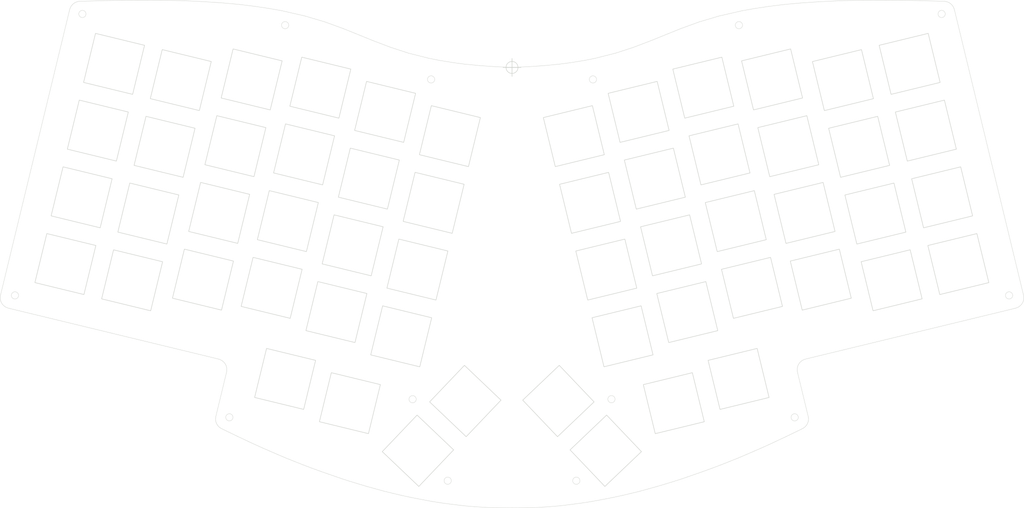
<source format=kicad_pcb>
(kicad_pcb (version 20211014) (generator pcbnew)

  (general
    (thickness 1.6)
  )

  (paper "A4")
  (layers
    (0 "F.Cu" signal)
    (31 "B.Cu" signal)
    (32 "B.Adhes" user "B.Adhesive")
    (33 "F.Adhes" user "F.Adhesive")
    (34 "B.Paste" user)
    (35 "F.Paste" user)
    (36 "B.SilkS" user "B.Silkscreen")
    (37 "F.SilkS" user "F.Silkscreen")
    (38 "B.Mask" user)
    (39 "F.Mask" user)
    (40 "Dwgs.User" user "User.Drawings")
    (41 "Cmts.User" user "User.Comments")
    (42 "Eco1.User" user "User.Eco1")
    (43 "Eco2.User" user "User.Eco2")
    (44 "Edge.Cuts" user)
    (45 "Margin" user)
    (46 "B.CrtYd" user "B.Courtyard")
    (47 "F.CrtYd" user "F.Courtyard")
    (48 "B.Fab" user)
    (49 "F.Fab" user)
    (50 "User.1" user)
    (51 "User.2" user)
    (52 "User.3" user)
    (53 "User.4" user)
    (54 "User.5" user)
    (55 "User.6" user)
    (56 "User.7" user)
    (57 "User.8" user)
    (58 "User.9" user)
  )

  (setup
    (pad_to_mask_clearance 0)
    (pcbplotparams
      (layerselection 0x00010fc_ffffffff)
      (disableapertmacros false)
      (usegerberextensions false)
      (usegerberattributes true)
      (usegerberadvancedattributes true)
      (creategerberjobfile true)
      (svguseinch false)
      (svgprecision 6)
      (excludeedgelayer true)
      (plotframeref false)
      (viasonmask false)
      (mode 1)
      (useauxorigin false)
      (hpglpennumber 1)
      (hpglpenspeed 20)
      (hpglpendiameter 15.000000)
      (dxfpolygonmode true)
      (dxfimperialunits true)
      (dxfusepcbnewfont true)
      (psnegative false)
      (psa4output false)
      (plotreference true)
      (plotvalue true)
      (plotinvisibletext false)
      (sketchpadsonfab false)
      (subtractmaskfromsilk false)
      (outputformat 1)
      (mirror false)
      (drillshape 1)
      (scaleselection 1)
      (outputdirectory "")
    )
  )

  (net 0 "")

  (gr_line (start 26.96 23.73) (end 27.2 23.52) (layer "Edge.Cuts") (width 0.1) (tstamp 0005f1c1-b045-455a-9fe3-a2c68fe7066a))
  (gr_line (start 72.72 143.64) (end 68.53 141.62) (layer "Edge.Cuts") (width 0.1) (tstamp 02cdb17b-ab4d-4ef1-a6eb-55ed26f73431))
  (gr_poly
    (pts
      (xy 108.43 45.14)
      (xy 105.121388 58.743422)
      (xy 118.72481 62.052034)
      (xy 122.033422 48.448612)
    ) (layer "Edge.Cuts") (width 0.15) (fill none) (tstamp 0501462f-29e9-4d5a-9962-ef3580de7c21))
  (gr_line (start 108.51 157.49) (end 106.35 156.85) (layer "Edge.Cuts") (width 0.1) (tstamp 0530bf4d-a1ae-44ad-b50d-ed7fb83251f9))
  (gr_line (start 135.51 40.34) (end 139.76 40.75) (layer "Edge.Cuts") (width 0.1) (tstamp 05c73320-30e0-470c-af92-c723048b8e7b))
  (gr_line (start 125.63 38.71) (end 128.62 39.31) (layer "Edge.Cuts") (width 0.1) (tstamp 06e384f0-370d-4171-8677-c2537826cc04))
  (gr_line (start 288.45 108.04) (end 288.08 108.14) (layer "Edge.Cuts") (width 0.1) (tstamp 07bdedd3-f7d0-48e1-b324-aade1b05ffab))
  (gr_circle (center 130.94 155.9) (end 131.74 156.5) (layer "Edge.Cuts") (width 0.1) (fill none) (tstamp 0810ec4d-a230-4f55-9728-78106f6b46d6))
  (gr_line (start 8.74 107.93) (end 8.35 107.74) (layer "Edge.Cuts") (width 0.1) (tstamp 09519ae2-f09d-4a44-91cc-e7ac35d5ed42))
  (gr_line (start 184.32 158.8) (end 181.71 159.44) (layer "Edge.Cuts") (width 0.1) (tstamp 09f2d8a6-9d15-4dbb-89a0-af6c2b8a5f4a))
  (gr_line (start 6.93 105.99) (end 6.86 105.67) (layer "Edge.Cuts") (width 0.1) (tstamp 0aa39fde-13e2-4402-b028-eea6c564600d))
  (gr_poly
    (pts
      (xy 121.89 70.37)
      (xy 118.581388 83.973422)
      (xy 132.18481 87.282034)
      (xy 135.493422 73.678612)
    ) (layer "Edge.Cuts") (width 0.15) (fill none) (tstamp 0b56d280-b5e5-4dda-a9e5-b5c7ff381d79))
  (gr_line (start 7.22 106.66) (end 7.06 106.34) (layer "Edge.Cuts") (width 0.1) (tstamp 0ba3b1cf-f297-4cac-af31-7c2745b130b4))
  (gr_line (start 269.79 23.18) (end 270.11 23.35) (layer "Edge.Cuts") (width 0.1) (tstamp 0bbbf755-2d03-468b-9117-80e0842cf0a2))
  (gr_line (start 229.08 122.7) (end 228.85 122.88) (layer "Edge.Cuts") (width 0.1) (tstamp 0c1d6339-10f6-4eb7-a8d4-33523d1bacc5))
  (gr_poly
    (pts
      (xy 221.47 76.47)
      (xy 224.778612 90.073422)
      (xy 238.382034 86.76481)
      (xy 235.073422 73.161388)
    ) (layer "Edge.Cuts") (width 0.15) (fill none) (tstamp 0c4b9fd4-2531-4093-89e9-59a3733252fc))
  (gr_line (start 290.75 105.29) (end 290.7 105.67) (layer "Edge.Cuts") (width 0.1) (tstamp 0e13ce09-d8ef-485b-8bdb-d3d9d7d8bf1d))
  (gr_line (start 102.01 30.51) (end 105.39 31.87) (layer "Edge.Cuts") (width 0.1) (tstamp 0eed9ed7-c109-454e-ac30-5bec63cf13d3))
  (gr_line (start 66.6 139.37) (end 66.55 139.11) (layer "Edge.Cuts") (width 0.1) (tstamp 0f756b7a-6164-43a9-b9e2-61458f55552e))
  (gr_poly
    (pts
      (xy 112.89 107.4)
      (xy 109.581388 121.003422)
      (xy 123.18481 124.312034)
      (xy 126.493422 110.708612)
    ) (layer "Edge.Cuts") (width 0.15) (fill none) (tstamp 16986340-68ce-4b60-a869-3e272564ea15))
  (gr_line (start 171.93 38.71) (end 177.51 37.3) (layer "Edge.Cuts") (width 0.1) (tstamp 16ca883d-f828-4e31-b7ba-9a55564e0365))
  (gr_line (start 122.66 160.92) (end 120.8 160.55) (layer "Edge.Cuts") (width 0.1) (tstamp 19ef6fc4-2e37-4f24-be88-e7bc5cbfadf0))
  (gr_line (start 67.27 140.72) (end 67.08 140.48) (layer "Edge.Cuts") (width 0.1) (tstamp 1a100887-3849-489b-b59a-d5e802b96eed))
  (gr_line (start 271.05 24.25) (end 271.22 24.53) (layer "Edge.Cuts") (width 0.1) (tstamp 1a756ff9-ba43-4cd0-843a-951113e63ad8))
  (gr_poly
    (pts
      (xy 126.4 51.87)
      (xy 123.091388 65.473422)
      (xy 136.69481 68.782034)
      (xy 140.003422 55.178612)
    ) (layer "Edge.Cuts") (width 0.15) (fill none) (tstamp 1afba0fa-9a22-470a-8bea-2e360f506925))
  (gr_line (start 290.34 106.66) (end 290.13 106.97) (layer "Edge.Cuts") (width 0.1) (tstamp 1bc3471e-19d5-4c77-89f9-637225d74ec1))
  (gr_line (start 191.21 156.85) (end 189.05 157.49) (layer "Edge.Cuts") (width 0.1) (tstamp 1cb7f001-7905-4812-9f96-5cb8b5f25233))
  (gr_line (start 68.53 141.62) (end 68.26 141.48) (layer "Edge.Cuts") (width 0.1) (tstamp 1d7c1bc1-775d-4563-b2aa-ca638c37ad0c))
  (gr_line (start 290.6 104.17) (end 290.7 104.57) (layer "Edge.Cuts") (width 0.1) (tstamp 1d7c3839-e0f8-473f-8802-2a4a24b5f0b8))
  (gr_poly
    (pts
      (xy 174.536268 157.49308)
      (xy 184.674674 147.838406)
      (xy 175.02 137.7)
      (xy 164.881594 147.354674)
    ) (layer "Edge.Cuts") (width 0.15) (fill none) (tstamp 1eda6d44-d10d-4d6b-b9b4-6d89032eba75))
  (gr_line (start 199.64 154.09) (end 197.36 154.88) (layer "Edge.Cuts") (width 0.1) (tstamp 1f549914-9f97-4098-9e58-2c5f7c3d0620))
  (gr_line (start 135.38 162.86) (end 131.4 162.36) (layer "Edge.Cuts") (width 0.1) (tstamp 1fa9aee8-8d70-4d3f-a48e-7c7425ea090f))
  (gr_line (start 69.6 124.43) (end 69.51 124.1) (layer "Edge.Cuts") (width 0.1) (tstamp 1fd05e2b-20d6-49b0-871a-d8d2f3f50950))
  (gr_line (start 69.13 123.36) (end 68.94 123.13) (layer "Edge.Cuts") (width 0.1) (tstamp 1fddd05d-9847-43de-b3bf-9b6df519875e))
  (gr_circle (center 166.62 155.9) (end 167.42 156.5) (layer "Edge.Cuts") (width 0.1) (fill none) (tstamp 203a17aa-a751-4f0f-bd82-5fd32a6c765f))
  (gr_poly
    (pts
      (xy 245.62 95.16)
      (xy 248.928612 108.763422)
      (xy 262.532034 105.45481)
      (xy 259.223422 91.851388)
    ) (layer "Edge.Cuts") (width 0.15) (fill none) (tstamp 21872674-742f-4047-98eb-8e27b0960d18))
  (gr_line (start 153.43 41.06) (end 157.8 40.75) (layer "Edge.Cuts") (width 0.1) (tstamp 21d970ff-e36e-4f2e-86cf-1614d0362520))
  (gr_line (start 139.76 40.75) (end 144.13 41.06) (layer "Edge.Cuts") (width 0.1) (tstamp 220b232a-cb58-412f-b3ff-0b388e853bfe))
  (gr_line (start 204.29 152.43) (end 201.68 153.38) (layer "Edge.Cuts") (width 0.1) (tstamp 228dd909-9ea7-49cd-8f74-6ac36486f012))
  (gr_line (start 81.54 147.67) (end 79.8 146.92) (layer "Edge.Cuts") (width 0.1) (tstamp 23ea304a-07a7-4107-a39d-958cfe488247))
  (gr_line (start 6.86 104.57) (end 6.96 104.17) (layer "Edge.Cuts") (width 0.1) (tstamp 26ba19e1-4d39-4872-a06c-18aa72e46905))
  (gr_line (start 159.2 163.1) (end 154.54 163.41) (layer "Edge.Cuts") (width 0.1) (tstamp 26bfd931-48b3-4a0f-ae0c-abb5901bf42b))
  (gr_line (start 129.11 162.05) (end 126.61 161.66) (layer "Edge.Cuts") (width 0.1) (tstamp 293a1e01-e312-4f2e-a00d-34945233c9e5))
  (gr_line (start 201.68 153.38) (end 199.64 154.09) (layer "Edge.Cuts") (width 0.1) (tstamp 2b11b1dc-aca8-46f4-bd5b-7b05cafac08b))
  (gr_poly
    (pts
      (xy 255.12 53.64)
      (xy 258.428612 67.243422)
      (xy 272.032034 63.93481)
      (xy 268.723422 50.331388)
    ) (layer "Edge.Cuts") (width 0.15) (fill none) (tstamp 2ca9f8e1-a088-4857-8534-74fac2bddb67))
  (gr_line (start 28.1 23.06) (end 28.41 22.98) (layer "Edge.Cuts") (width 0.1) (tstamp 2cb07ad2-036c-47f8-b863-e54ef6e1afec))
  (gr_poly
    (pts
      (xy 212.458556 39.444402)
      (xy 215.767168 53.047824)
      (xy 229.37059 49.739212)
      (xy 226.061978 36.13579)
    ) (layer "Edge.Cuts") (width 0.15) (fill none) (tstamp 2d1f7eed-8573-4a0e-a451-31c07a68b283))
  (gr_line (start 229.61 141.31) (end 229.3 141.48) (layer "Edge.Cuts") (width 0.1) (tstamp 2d3c10fe-13bc-46f3-b11b-edc1aa40fc20))
  (gr_poly
    (pts
      (xy 179.94 66.96)
      (xy 183.248612 80.563422)
      (xy 196.852034 77.25481)
      (xy 193.543422 63.651388)
    ) (layer "Edge.Cuts") (width 0.15) (fill none) (tstamp 30483f65-a7d8-4d8d-8efd-93f08ed0c46f))
  (gr_line (start 40.58 22.63) (end 45.04 22.61) (layer "Edge.Cuts") (width 0.1) (tstamp 33276f4f-1df8-456a-b498-39793d7ef61b))
  (gr_line (start 68.2 122.51) (end 67.89 122.34) (layer "Edge.Cuts") (width 0.1) (tstamp 3350af85-20fd-4262-af32-df92a4990b0a))
  (gr_line (start 231.01 139.11) (end 230.96 139.37) (layer "Edge.Cuts") (width 0.1) (tstamp 33e2f2e2-16d7-45cc-8b9e-908b6facc719))
  (gr_line (start 230.48 140.48) (end 230.29 140.72) (layer "Edge.Cuts") (width 0.1) (tstamp 34086d9d-ee2d-4eb4-b773-42c7d6731b5c))
  (gr_line (start 164.83 39.97) (end 168.94 39.31) (layer "Edge.Cuts") (width 0.1) (tstamp 36772d46-42f9-4fb0-bb18-f28526fb9975))
  (gr_poly
    (pts
      (xy 38.25 91.86)
      (xy 34.941388 105.463422)
      (xy 48.54481 108.772034)
      (xy 51.853422 95.168612)
    ) (layer "Edge.Cuts") (width 0.15) (fill none) (tstamp 36824894-c345-4149-92c8-50504acb0c2e))
  (gr_poly
    (pts
      (xy 47.25 54.83)
      (xy 43.941388 68.433422)
      (xy 57.54481 71.742034)
      (xy 60.853422 58.138612)
    ) (layer "Edge.Cuts") (width 0.15) (fill none) (tstamp 36aa534c-eb06-4127-ab3b-082350b63295))
  (gr_poly
    (pts
      (xy 161.97 73.68)
      (xy 165.278612 87.283422)
      (xy 178.882034 83.97481)
      (xy 175.573422 70.371388)
    ) (layer "Edge.Cuts") (width 0.15) (fill none) (tstamp 36fac24f-772f-4638-bbd8-e28c4d3e82d2))
  (gr_line (start 231 138.42) (end 231.02 138.71) (layer "Edge.Cuts") (width 0.1) (tstamp 383ea585-f8e0-4e72-a8c4-e8f1a771377f))
  (gr_line (start 239.7 22.76) (end 246.15 22.62) (layer "Edge.Cuts") (width 0.1) (tstamp 38726690-1d25-4b25-86f1-674bd465a93e))
  (gr_poly
    (pts
      (xy 175.441147 48.447837)
      (xy 178.749759 62.051259)
      (xy 192.353181 58.742647)
      (xy 189.044569 45.139225)
    ) (layer "Edge.Cuts") (width 0.15) (fill none) (tstamp 39d1696f-cf10-41fd-8de5-6b81ee25b27f))
  (gr_poly
    (pts
      (xy 166.47 92.19)
      (xy 169.778612 105.793422)
      (xy 183.382034 102.48481)
      (xy 180.073422 88.881388)
    ) (layer "Edge.Cuts") (width 0.15) (fill none) (tstamp 3aac822e-aa72-4f89-b86d-306ca4be64e2))
  (gr_line (start 97.92 154.09) (end 95.88 153.38) (layer "Edge.Cuts") (width 0.1) (tstamp 3bcea087-94ba-4cd6-9f43-b5f3d805cd5d))
  (gr_line (start 96.84 28.63) (end 102.01 30.51) (layer "Edge.Cuts") (width 0.1) (tstamp 3c05983e-66bf-4a69-a3c1-ee3dc2a3afdd))
  (gr_line (start 68.77 23.39) (end 73.24 23.8) (layer "Edge.Cuts") (width 0.1) (tstamp 3def4909-33bf-4ca8-bdf1-92d123951341))
  (gr_line (start 100.2 154.88) (end 97.92 154.09) (layer "Edge.Cuts") (width 0.1) (tstamp 3df35eb6-4de6-4e04-9bda-a042368a3986))
  (gr_line (start 69.51 124.1) (end 69.4 123.82) (layer "Edge.Cuts") (width 0.1) (tstamp 3e6e780e-f80a-4455-a7e4-fbea1303f5b4))
  (gr_line (start 228.28 123.62) (end 228.16 123.82) (layer "Edge.Cuts") (width 0.1) (tstamp 3f1f3c6b-0bcb-4bba-bb72-d118c0907901))
  (gr_line (start 147.6 163.45) (end 143.02 163.41) (layer "Edge.Cuts") (width 0.1) (tstamp 3f6c3caa-71ed-43e5-a1cf-6831e1fa3301))
  (gr_circle (center 176.36 133.29) (end 177.16 133.89) (layer "Edge.Cuts") (width 0.1) (fill none) (tstamp 402eb122-e25e-4929-9597-0adb89ed35a3))
  (gr_poly
    (pts
      (xy 185.2 129.25)
      (xy 188.508612 142.853422)
      (xy 202.112034 139.54481)
      (xy 198.803422 125.941388)
    ) (layer "Edge.Cuts") (width 0.15) (fill none) (tstamp 40b3e1a7-7260-4760-9704-0fb6f820147b))
  (gr_line (start 212.6 25.54) (end 216.24 24.9) (layer "Edge.Cuts") (width 0.1) (tstamp 40c4c802-62c7-4f84-9ce4-debd00dfcb79))
  (gr_line (start 220.04 145.89) (end 217.76 146.92) (layer "Edge.Cuts") (width 0.1) (tstamp 42cfd92f-c5bf-49c3-9a74-800745fbda5f))
  (gr_line (start 157.8 40.75) (end 162.05 40.34) (layer "Edge.Cuts") (width 0.1) (tstamp 43521017-57ef-4492-ada3-1dc38a6a2269))
  (gr_poly
    (pts
      (xy 236.61 58.14)
      (xy 239.918612 71.743422)
      (xy 253.522034 68.43481)
      (xy 250.213422 54.831388)
    ) (layer "Edge.Cuts") (width 0.15) (fill none) (tstamp 4426cba6-a06b-4e94-aea5-882c4b158e10))
  (gr_line (start 68.71 122.88) (end 68.48 122.7) (layer "Edge.Cuts") (width 0.1) (tstamp 44558e75-718b-4972-99fd-bb390ee04c31))
  (gr_line (start 168.45 162.05) (end 166.16 162.36) (layer "Edge.Cuts") (width 0.1) (tstamp 44a61b19-377a-4892-9b62-9430f36b4e6c))
  (gr_poly
    (pts
      (xy 57.9 91.67)
      (xy 54.591388 105.273422)
      (xy 68.19481 108.582034)
      (xy 71.503422 94.978612)
    ) (layer "Edge.Cuts") (width 0.15) (fill none) (tstamp 44e5251b-0af8-4955-9ac4-1e924a54b5d1))
  (gr_poly
    (pts
      (xy 122.927794 157.491502)
      (xy 112.789388 147.836828)
      (xy 122.444062 137.698422)
      (xy 132.582468 147.353096)
    ) (layer "Edge.Cuts") (width 0.15) (fill none) (tstamp 452fdba0-2a77-4344-9fe5-6b0ea707523e))
  (gr_line (start 213.81 148.63) (end 211.48 149.62) (layer "Edge.Cuts") (width 0.1) (tstamp 462e2e11-7c85-453e-8072-ac5c58861f27))
  (gr_line (start 230.11 140.93) (end 229.86 141.13) (layer "Edge.Cuts") (width 0.1) (tstamp 468aeaab-e598-42e0-b613-d4a5ebdfd74b))
  (gr_poly
    (pts
      (xy 103.92 63.65)
      (xy 100.611388 77.253422)
      (xy 114.21481 80.562034)
      (xy 117.523422 66.958612)
    ) (layer "Edge.Cuts") (width 0.15) (fill none) (tstamp 46a73f8f-8d29-4a0c-afea-bc4eebb9711e))
  (gr_line (start 174.9 160.92) (end 170.95 161.66) (layer "Edge.Cuts") (width 0.1) (tstamp 4731ba70-2e88-4d6e-a3eb-3fac187a13cb))
  (gr_line (start 182.45 35.69) (end 187.19 33.89) (layer "Edge.Cuts") (width 0.1) (tstamp 47548f35-9928-445c-890d-95d4c202ac5e))
  (gr_poly
    (pts
      (xy 161.400863 143.697013)
      (xy 171.539269 134.042339)
      (xy 161.884595 123.903933)
      (xy 151.746189 133.558607)
    ) (layer "Edge.Cuts") (width 0.15) (fill none) (tstamp 484bcc1d-a1c5-472a-8c13-171cfaf98adf))
  (gr_line (start 230.96 139.37) (end 230.9 139.63) (layer "Edge.Cuts") (width 0.1) (tstamp 4935fa98-b3bb-4245-b874-b605acd107e2))
  (gr_line (start 230.95 138.13) (end 231 138.42) (layer "Edge.Cuts") (width 0.1) (tstamp 4943a21d-c63d-4231-a2bc-86d07649eafb))
  (gr_line (start 270.83 23.96) (end 271.05 24.25) (layer "Edge.Cuts") (width 0.1) (tstamp 4d3e86b2-63e4-4671-b23d-273f29ba3b8c))
  (gr_line (start 271.36 24.87) (end 271.44 25.07) (layer "Edge.Cuts") (width 0.1) (tstamp 4dc2696b-ae9e-43cb-a93e-fadd6a6ad4c0))
  (gr_line (start 211.48 149.62) (end 209.04 150.59) (layer "Edge.Cuts") (width 0.1) (tstamp 4edebbb4-83c0-46ef-89bf-58254477bf48))
  (gr_line (start 7.06 106.34) (end 6.93 105.99) (layer "Edge.Cuts") (width 0.1) (tstamp 4fbfe533-a716-4b38-839b-512bc436715f))
  (gr_line (start 230.63 140.25) (end 230.48 140.48) (layer "Edge.Cuts") (width 0.1) (tstamp 50030d86-82af-4584-bfbd-b03c112d3f44))
  (gr_line (start 168.94 39.31) (end 171.93 38.71) (layer "Edge.Cuts") (width 0.1) (tstamp 51576ea9-9b23-4114-aa53-0a33734fd56e))
  (gr_line (start 67.08 140.48) (end 66.93 140.25) (layer "Edge.Cuts") (width 0.1) (tstamp 529a3d93-c0c1-4bb8-9c6d-1d75cdc8098f))
  (gr_line (start 7.67 107.22) (end 7.43 106.97) (layer "Edge.Cuts") (width 0.1) (tstamp 52de3520-75dd-4d32-9843-36f137adad6f))
  (gr_line (start 271.44 25.07) (end 271.54 25.45) (layer "Edge.Cuts") (width 0.1) (tstamp 53ab0aee-56d3-4e38-9c4a-26109fc8c3a5))
  (gr_line (start 166.16 162.36) (end 162.18 162.86) (layer "Edge.Cuts") (width 0.1) (tstamp 54395348-124b-4825-9ded-0e44021a1721))
  (gr_line (start 132.73 39.97) (end 135.51 40.34) (layer "Edge.Cuts") (width 0.1) (tstamp 54397501-d8f6-4fbb-b9bf-0a41bee258f8))
  (gr_line (start 28.41 22.98) (end 28.79 22.93) (layer "Edge.Cuts") (width 0.1) (tstamp 547798e6-9d51-4aaf-b563-ae1f914889df))
  (gr_line (start 228.62 123.13) (end 228.43 123.36) (layer "Edge.Cuts") (width 0.1) (tstamp 54d31531-da77-4f08-867a-88375b905791))
  (gr_circle (center 171.23 44.59) (end 172.03 45.19) (layer "Edge.Cuts") (width 0.1) (fill none) (tstamp 5529f92a-73f5-4f74-af05-08e6281fa712))
  (gr_line (start 290.7 104.57) (end 290.76 104.96) (layer "Edge.Cuts") (width 0.1) (tstamp 5578c2fc-fff4-45b0-99bd-13795e8aab9f))
  (gr_circle (center 85.84 29.54) (end 86.64 30.14) (layer "Edge.Cuts") (width 0.1) (fill none) (tstamp 55842331-6f10-4b22-87d0-fef723b4caec))
  (gr_line (start 289.56 107.52) (end 289.21 107.74) (layer "Edge.Cuts") (width 0.1) (tstamp 55bc8df0-f6a2-4d73-8518-8b89c05f63ad))
  (gr_line (start 192.17 31.87) (end 195.55 30.51) (layer "Edge.Cuts") (width 0.1) (tstamp 55f0ced5-9d8e-4f51-b3b8-33b8048691fd))
  (gr_line (start 79.8 146.92) (end 77.52 145.89) (layer "Edge.Cuts") (width 0.1) (tstamp 59852dac-b886-4b8b-8794-ded33af0e24f))
  (gr_circle (center 227.18 138.33) (end 227.98 138.93) (layer "Edge.Cuts") (width 0.1) (fill none) (tstamp 5a0262ba-c747-45b8-a9f8-c6077c9b4fc2))
  (gr_poly
    (pts
      (xy 188.94 103.98)
      (xy 192.248612 117.583422)
      (xy 205.852034 114.27481)
      (xy 202.543422 100.671388)
    ) (layer "Edge.Cuts") (width 0.15) (fill none) (tstamp 5bacaef3-2adf-41e2-8d7c-4fa4610bfb5b))
  (gr_poly
    (pts
      (xy 157.468983 55.172595)
      (xy 160.777595 68.776017)
      (xy 174.381017 65.467405)
      (xy 171.072405 51.863983)
    ) (layer "Edge.Cuts") (width 0.15) (fill none) (tstamp 5be761ab-ef96-42a9-a56c-c4de0ae0caad))
  (gr_poly
    (pts
      (xy 33.244194 31.821655)
      (xy 29.935582 45.425077)
      (xy 43.539004 48.733689)
      (xy 46.847616 35.130267)
    ) (layer "Edge.Cuts") (width 0.15) (fill none) (tstamp 5c905627-cfb2-4e7d-8e88-d479f21b6be0))
  (gr_poly
    (pts
      (xy 259.63 72.15)
      (xy 262.938612 85.753422)
      (xy 276.542034 82.44481)
      (xy 273.233422 68.841388)
    ) (layer "Edge.Cuts") (width 0.15) (fill none) (tstamp 5cf95542-9205-47f5-88e2-110097ea6472))
  (gr_line (start 197.36 154.88) (end 195.86 155.4) (layer "Edge.Cuts") (width 0.1) (tstamp 5eaf4ef8-a435-4cd7-aa57-f6256353d2f4))
  (gr_line (start 187.19 33.89) (end 192.17 31.87) (layer "Edge.Cuts") (width 0.1) (tstamp 5f73b3a3-db16-4681-ae27-0a43d1768184))
  (gr_line (start 216.02 147.67) (end 213.81 148.63) (layer "Edge.Cuts") (width 0.1) (tstamp 61b7a06b-4f91-4d77-80cb-31e3b82497f5))
  (gr_poly
    (pts
      (xy 24.24 68.84)
      (xy 20.931388 82.443422)
      (xy 34.53481 85.752034)
      (xy 37.843422 72.148612)
    ) (layer "Edge.Cuts") (width 0.15) (fill none) (tstamp 627c6fda-1848-4c5a-b48d-bca9bc2b1cf9))
  (gr_line (start 229.3 141.48) (end 229.03 141.62) (layer "Edge.Cuts") (width 0.1) (tstamp 62f6a0d2-e6c2-408b-9680-803a94b2cc4d))
  (gr_line (start 9.48 108.14) (end 9.11 108.04) (layer "Edge.Cuts") (width 0.1) (tstamp 6438b541-d466-4060-b44e-e75106c33781))
  (gr_line (start 227.96 124.43) (end 227.91 124.74) (layer "Edge.Cuts") (width 0.1) (tstamp 6620ac33-9c19-4a1a-9f49-073bb1ea3070))
  (gr_poly
    (pts
      (xy 66.9 54.65)
      (xy 63.591388 68.253422)
      (xy 77.19481 71.562034)
      (xy 80.503422 57.958612)
    ) (layer "Edge.Cuts") (width 0.15) (fill none) (tstamp 66ab756c-b67a-4ef2-a8fa-6a75a7041c94))
  (gr_poly
    (pts
      (xy 85.95 56.93)
      (xy 82.641388 70.533422)
      (xy 96.24481 73.842034)
      (xy 99.553422 60.238612)
    ) (layer "Edge.Cuts") (width 0.15) (fill none) (tstamp 66c55078-9118-4351-98f4-999f666271c9))
  (gr_line (start 90.8 151.5) (end 88.52 150.59) (layer "Edge.Cuts") (width 0.1) (tstamp 69e8f2e3-f545-4252-941d-98923e77e59f))
  (gr_line (start 68.48 122.7) (end 68.2 122.51) (layer "Edge.Cuts") (width 0.1) (tstamp 69f03c60-a213-4cd8-afea-4868893314b5))
  (gr_poly
    (pts
      (xy 80.69 119.21)
      (xy 77.381388 132.813422)
      (xy 90.98481 136.122034)
      (xy 94.293422 122.518612)
    ) (layer "Edge.Cuts") (width 0.15) (fill none) (tstamp 69fae7d6-9659-492e-bfcc-37d5e8b0120b))
  (gr_circle (center 29.61 26.43) (end 30.41 27.03) (layer "Edge.Cuts") (width 0.1) (fill none) (tstamp 6a9a717a-6cbb-4ce6-8af5-eca7c7169f19))
  (gr_line (start 290.5 106.34) (end 290.34 106.66) (layer "Edge.Cuts") (width 0.1) (tstamp 6b8a7c6f-cee9-49e2-8d5c-8d8e83fe9e5b))
  (gr_line (start 67.45 140.93) (end 67.27 140.72) (layer "Edge.Cuts") (width 0.1) (tstamp 6c1a5830-3f7f-41cd-81ee-93d73d521b81))
  (gr_line (start 67.95 141.31) (end 67.7 141.13) (layer "Edge.Cuts") (width 0.1) (tstamp 6d588c21-7ee0-471c-bed3-dfa2630e4af7))
  (gr_line (start 179.42 159.98) (end 176.76 160.55) (layer "Edge.Cuts") (width 0.1) (tstamp 6e23855a-a83a-4123-9c1d-ff565407e19f))
  (gr_line (start 8 107.52) (end 7.67 107.22) (layer "Edge.Cuts") (width 0.1) (tstamp 71840b65-20c2-44ce-a7a2-d524ecfd50c7))
  (gr_line (start 67.89 122.34) (end 67.49 122.19) (layer "Edge.Cuts") (width 0.1) (tstamp 72dd209c-ff8d-4f87-ad9e-6c178a0df775))
  (gr_line (start 6.86 105.67) (end 6.81 105.29) (layer "Edge.Cuts") (width 0.1) (tstamp 7377fcfe-99f8-4448-a086-21e31dd75c90))
  (gr_line (start 162.05 40.34) (end 164.83 39.97) (layer "Edge.Cuts") (width 0.1) (tstamp 73d4a61f-780e-4f31-9b9d-9779bdedc34f))
  (gr_line (start 110.75 158.11) (end 108.51 157.49) (layer "Edge.Cuts") (width 0.1) (tstamp 75087b8b-7572-41f2-9d70-f0ec438d0f67))
  (gr_line (start 288.08 108.14) (end 230.07 122.19) (layer "Edge.Cuts") (width 0.1) (tstamp 751bf59c-88f5-49dc-98ad-88f46e4611c1))
  (gr_line (start 86.08 149.62) (end 83.75 148.63) (layer "Edge.Cuts") (width 0.1) (tstamp 7563a010-d82d-48e2-939b-37c35141d72d))
  (gr_circle (center 121.2 133.3) (end 122 133.9) (layer "Edge.Cuts") (width 0.1) (fill none) (tstamp 75ad208c-53c1-40f8-9c92-9b5bc577414e))
  (gr_line (start 69.28 123.62) (end 69.13 123.36) (layer "Edge.Cuts") (width 0.1) (tstamp 76152145-4fa1-4af4-b85a-a5747bd589ce))
  (gr_line (start 69.55 126) (end 69.61 125.71) (layer "Edge.Cuts") (width 0.1) (tstamp 778c099b-7ccc-4048-9f45-daa12e456542))
  (gr_line (start 176.76 160.55) (end 174.9 160.92) (layer "Edge.Cuts") (width 0.1) (tstamp 78955d40-a92e-4a3b-a28d-3b18f2364f23))
  (gr_line (start 230.29 140.72) (end 230.11 140.93) (layer "Edge.Cuts") (width 0.1) (tstamp 78dffb26-e5cd-4248-ac0e-3cd4fb63eeca))
  (gr_line (start 230.78 139.94) (end 230.63 140.25) (layer "Edge.Cuts") (width 0.1) (tstamp 798fd73f-23c3-47a8-af98-fbf59e677911))
  (gr_line (start 66.56 138.42) (end 66.61 138.13) (layer "Edge.Cuts") (width 0.1) (tstamp 79f91937-5f49-4e60-932b-c2dfc7278788))
  (gr_line (start 113.24 158.8) (end 110.75 158.11) (layer "Edge.Cuts") (width 0.1) (tstamp 7abec889-688d-4e2f-a21d-2c53adbfee94))
  (gr_line (start 162.18 162.86) (end 159.2 163.1) (layer "Edge.Cuts") (width 0.1) (tstamp 7b5dcb97-5f7f-4985-ad62-8b78b12dc1ae))
  (gr_line (start 256.98 22.63) (end 261.95 22.74) (layer "Edge.Cuts") (width 0.1) (tstamp 7d6a4244-9f9c-4424-ac3b-f423a5b46f3e))
  (gr_line (start 77.52 145.89) (end 75.69 145.04) (layer "Edge.Cuts") (width 0.1) (tstamp 7d8e7430-005d-4f4c-a0cd-16a6666324e7))
  (gr_line (start 271.54 25.45) (end 290.6 104.17) (layer "Edge.Cuts") (width 0.1) (tstamp 7f07f460-1b6f-469a-b946-b6b61fc43ced))
  (gr_line (start 195.55 30.51) (end 200.72 28.63) (layer "Edge.Cuts") (width 0.1) (tstamp 7f1fc8c6-7431-406e-8867-e14a2d7133dc))
  (gr_poly
    (pts
      (xy 81.45 75.44)
      (xy 78.141388 89.043422)
      (xy 91.74481 92.352034)
      (xy 95.053422 78.748612)
    ) (layer "Edge.Cuts") (width 0.15) (fill none) (tstamp 7f86ec04-d557-416d-b0b8-6ee400491e76))
  (gr_circle (center 126.33 44.59) (end 127.13 45.19) (layer "Edge.Cuts") (width 0.1) (fill none) (tstamp 812600e5-6b1b-4c62-b5ce-ab3a6227b015))
  (gr_circle (center 267.95 26.43) (end 268.75 27.03) (layer "Edge.Cuts") (width 0.1) (fill none) (tstamp 82e158d9-7783-47d8-b8b6-b7a41d7a384d))
  (gr_poly
    (pts
      (xy 98.66 125.94)
      (xy 95.351388 139.543422)
      (xy 108.95481 142.852034)
      (xy 112.263422 129.248612)
    ) (layer "Edge.Cuts") (width 0.15) (fill none) (tstamp 83fdf177-8b85-4e91-b6fb-bf53517f7b25))
  (gr_poly
    (pts
      (xy 225.97 94.98)
      (xy 229.278612 108.583422)
      (xy 242.882034 105.27481)
      (xy 239.573422 91.671388)
    ) (layer "Edge.Cuts") (width 0.15) (fill none) (tstamp 84a3a581-776d-4ec5-8ade-a8fa771b15d5))
  (gr_line (start 230.9 139.63) (end 230.78 139.94) (layer "Edge.Cuts") (width 0.1) (tstamp 84ba70a2-7843-4a2f-8dd8-1cc41c4cbe10))
  (gr_line (start 6.81 105.29) (end 6.8 104.96) (layer "Edge.Cuts") (width 0.1) (tstamp 86a2ac78-4619-44d7-b762-302bd8e0b217))
  (gr_line (start 209.04 150.59) (end 206.76 151.5) (layer "Edge.Cuts") (width 0.1) (tstamp 873b15ab-7a56-4576-b03b-dd54c6d27479))
  (gr_line (start 290.76 104.96) (end 290.75 105.29) (layer "Edge.Cuts") (width 0.1) (tstamp 87e80d19-db5f-47d0-8533-53055abb809a))
  (gr_line (start 69.66 125.39) (end 69.67 125.1) (layer "Edge.Cuts") (width 0.1) (tstamp 880c88a3-064b-4f37-9bcf-470b0e39a7df))
  (gr_line (start 143.02 163.41) (end 138.36 163.1) (layer "Edge.Cuts") (width 0.1) (tstamp 88c31f82-8aa7-4e30-949c-86e074541be5))
  (gr_poly
    (pts
      (xy 71.41 36.14)
      (xy 68.101388 49.743422)
      (xy 81.70481 53.052034)
      (xy 85.013422 39.448612)
    ) (layer "Edge.Cuts") (width 0.15) (fill none) (tstamp 8b13bdce-8569-483f-9499-9fe333e65736))
  (gr_line (start 229.36 122.51) (end 229.08 122.7) (layer "Edge.Cuts") (width 0.1) (tstamp 8b25c2d9-14c7-4224-b4c7-3390588d3391))
  (gr_line (start 93.27 152.43) (end 90.8 151.5) (layer "Edge.Cuts") (width 0.1) (tstamp 8bbb89b9-d7e9-4bcc-ac91-4b466e9cef2c))
  (gr_line (start 228.43 123.36) (end 228.28 123.62) (layer "Edge.Cuts") (width 0.1) (tstamp 8be7da84-7e31-419d-8294-4aa42df1e2f6))
  (gr_poly
    (pts
      (xy 206.89 97.26)
      (xy 210.198612 110.863422)
      (xy 223.802034 107.55481)
      (xy 220.493422 93.951388)
    ) (layer "Edge.Cuts") (width 0.15) (fill none) (tstamp 8c36829e-470b-4064-a1a0-6698729b396c))
  (gr_line (start 105.39 31.87) (end 110.37 33.89) (layer "Edge.Cuts") (width 0.1) (tstamp 8d7eabc7-4d1d-4819-87a3-294b31be35ae))
  (gr_poly
    (pts
      (xy 202.39 78.75)
      (xy 205.698612 92.353422)
      (xy 219.302034 89.04481)
      (xy 215.993422 75.441388)
    ) (layer "Edge.Cuts") (width 0.15) (fill none) (tstamp 8e0e73ff-abf2-4fef-888b-9655f9e2b615))
  (gr_circle (center 70.38 138.32) (end 71.18 138.92) (layer "Edge.Cuts") (width 0.1) (fill none) (tstamp 8eaf7d46-62f9-4a82-8d1f-ba6b18bffee6))
  (gr_line (start 288.82 107.93) (end 288.45 108.04) (layer "Edge.Cuts") (width 0.1) (tstamp 90fe05a7-8ac2-4214-b66d-435f3f35d0bb))
  (gr_line (start 224.32 23.8) (end 228.79 23.39) (layer "Edge.Cuts") (width 0.1) (tstamp 911aaf57-c566-4c90-a4e9-fb71fa769869))
  (gr_line (start 110.37 33.89) (end 115.11 35.69) (layer "Edge.Cuts") (width 0.1) (tstamp 93c3dd6d-6f73-4042-a984-68063a5e9876))
  (gr_poly
    (pts
      (xy 170.98 110.7)
      (xy 174.288612 124.303422)
      (xy 187.892034 120.99481)
      (xy 184.583422 107.391388)
    ) (layer "Edge.Cuts") (width 0.15) (fill none) (tstamp 94354422-dbc8-4428-be1e-e9fa37421175))
  (gr_line (start 115.85 159.44) (end 113.24 158.8) (layer "Edge.Cuts") (width 0.1) (tstamp 94ba49b3-b468-4209-b3a8-8a44d9994cbc))
  (gr_line (start 101.7 155.4) (end 100.2 154.88) (layer "Edge.Cuts") (width 0.1) (tstamp 961913b5-d575-4300-beee-0e1a097d2e19))
  (gr_line (start 66.55 139.11) (end 66.54 138.71) (layer "Edge.Cuts") (width 0.1) (tstamp 96544093-2910-4158-9c76-eddcb2d9e864))
  (gr_line (start 81.32 24.9) (end 84.96 25.54) (layer "Edge.Cuts") (width 0.1) (tstamp 98aad3fe-161f-434f-b75b-a6f054f36ede))
  (gr_line (start 271.22 24.53) (end 271.36 24.87) (layer "Edge.Cuts") (width 0.1) (tstamp 9a0d8ca3-cbe1-42cf-b14b-73ee176ef382))
  (gr_poly
    (pts
      (xy 42.75 73.34)
      (xy 39.441388 86.943422)
      (xy 53.04481 90.252034)
      (xy 56.353422 76.648612)
    ) (layer "Edge.Cuts") (width 0.15) (fill none) (tstamp 9c4ab251-a99f-4314-95a2-31eddf0e69e7))
  (gr_line (start 91.38 27.01) (end 96.84 28.63) (layer "Edge.Cuts") (width 0.1) (tstamp 9c599159-04fc-4d63-9e44-1b7d12c8f224))
  (gr_line (start 26.34 24.53) (end 26.51 24.25) (layer "Edge.Cuts") (width 0.1) (tstamp 9ca44c67-3379-4842-822e-c39d76ffead9))
  (gr_poly
    (pts
      (xy 117.39 88.88)
      (xy 114.081388 102.483422)
      (xy 127.68481 105.792034)
      (xy 130.993422 92.188612)
    ) (layer "Edge.Cuts") (width 0.15) (fill none) (tstamp 9cd759a3-3166-4166-87bb-d5a08d0e66fe))
  (gr_line (start 131.4 162.36) (end 129.11 162.05) (layer "Edge.Cuts") (width 0.1) (tstamp 9f45b895-8800-4080-851b-ac34c5bddd56))
  (gr_line (start 195.86 155.4) (end 193.91 156.02) (layer "Edge.Cuts") (width 0.1) (tstamp a38246d1-39e3-47c0-b93d-bd730a7f21e6))
  (gr_line (start 95.88 153.38) (end 93.27 152.43) (layer "Edge.Cuts") (width 0.1) (tstamp a3ca1b67-805b-4c4d-85bd-5512b452ca67))
  (gr_line (start 6.96 104.17) (end 26.02 25.45) (layer "Edge.Cuts") (width 0.1) (tstamp a440d541-3b31-4c8c-a159-be76ed4335ca))
  (gr_line (start 221.87 145.04) (end 220.04 145.89) (layer "Edge.Cuts") (width 0.1) (tstamp a737a4e4-5e14-4c7c-8934-bc1bb65db1e2))
  (gr_poly
    (pts
      (xy 99.42 82.16)
      (xy 96.111388 95.763422)
      (xy 109.71481 99.072034)
      (xy 113.023422 85.468612)
    ) (layer "Edge.Cuts") (width 0.15) (fill none) (tstamp a7a369ab-3614-476d-9365-b0f5a4988d9a))
  (gr_line (start 290.63 105.99) (end 290.5 106.34) (layer "Edge.Cuts") (width 0.1) (tstamp a7e5a666-0f91-4337-8c27-0ebafbd91df3))
  (gr_line (start 8.35 107.74) (end 8 107.52) (layer "Edge.Cuts") (width 0.1) (tstamp a846e924-553e-4799-a4fb-ae5e69de0657))
  (gr_line (start 231.02 138.71) (end 231.01 139.11) (layer "Edge.Cuts") (width 0.1) (tstamp a89c9900-dd8b-498a-a4b6-224fa91827e8))
  (gr_line (start 68.26 141.48) (end 67.95 141.31) (layer "Edge.Cuts") (width 0.1) (tstamp a90a8063-f855-4a72-8c7e-ea5f5987c332))
  (gr_line (start 126.61 161.66) (end 122.66 160.92) (layer "Edge.Cuts") (width 0.1) (tstamp a9e23fb2-5cf7-42ac-9b3c-c8b333180adb))
  (gr_line (start 88.52 150.59) (end 86.08 149.62) (layer "Edge.Cuts") (width 0.1) (tstamp aa2a1c2e-998b-4c6a-bfd4-bc883c750d11))
  (gr_poly
    (pts
      (xy 264.13 90.66)
      (xy 267.438612 104.263422)
      (xy 281.042034 100.95481)
      (xy 277.733422 87.351388)
    ) (layer "Edge.Cuts") (width 0.15) (fill none) (tstamp ab17139b-0090-46b6-af85-fbb15f2ade9d))
  (gr_line (start 69.67 125.1) (end 69.65 124.74) (layer "Edge.Cuts") (width 0.1) (tstamp ab30956f-5602-4c0c-a879-dd6f25b8cc4a))
  (gr_line (start 84.96 25.54) (end 91.38 27.01) (layer "Edge.Cuts") (width 0.1) (tstamp adadc3a3-c758-431a-b297-d591e89bf632))
  (gr_line (start 289.21 107.74) (end 288.82 107.93) (layer "Edge.Cuts") (width 0.1) (tstamp ae2dfd74-18f7-4f7d-abce-b52040c824ab))
  (gr_line (start 289.89 107.22) (end 289.56 107.52) (layer "Edge.Cuts") (width 0.1) (tstamp ae67f07c-9baa-45fe-8c89-01ee5abc455d))
  (gr_line (start 75.69 145.04) (end 72.72 143.64) (layer "Edge.Cuts") (width 0.1) (tstamp aeb0a478-1ef1-48e6-a5b5-d117d653a4e3))
  (gr_line (start 269.46 23.06) (end 269.79 23.18) (layer "Edge.Cuts") (width 0.1) (tstamp af8d7fb5-dd72-49f6-9f62-e06ed8144cdb))
  (gr_line (start 227.89 125.1) (end 227.9 125.39) (layer "Edge.Cuts") (width 0.1) (tstamp b12fcc6c-a3a3-4e50-8463-fb889fb27f2f))
  (gr_poly
    (pts
      (xy 19.74 87.35)
      (xy 16.431388 100.953422)
      (xy 30.03481 104.262034)
      (xy 33.343422 90.658612)
    ) (layer "Edge.Cuts") (width 0.15) (fill none) (tstamp b34f3f3c-c7c2-473c-98f6-ace77c1d1eab))
  (gr_line (start 268.77 22.93) (end 269.15 22.98) (layer "Edge.Cuts") (width 0.1) (tstamp b392cdd3-84c6-4f7f-822e-10e8505760c2))
  (gr_line (start 69.61 125.71) (end 69.66 125.39) (layer "Edge.Cuts") (width 0.1) (tstamp b4164f46-b8a4-4507-913c-e1aca75b2c50))
  (gr_line (start 66.78 139.94) (end 66.66 139.63) (layer "Edge.Cuts") (width 0.1) (tstamp b44291ca-69d2-40e3-a9a8-7b9d1dc6c2ad))
  (gr_line (start 193.91 156.02) (end 191.21 156.85) (layer "Edge.Cuts") (width 0.1) (tstamp b4fd7d94-46e2-4eae-b258-722cfe762cd5))
  (gr_line (start 290.13 106.97) (end 289.89 107.22) (layer "Edge.Cuts") (width 0.1) (tstamp b5f478d9-20d5-4d34-8f22-5e520aa89f22))
  (gr_line (start 26.73 23.96) (end 26.96 23.73) (layer "Edge.Cuts") (width 0.1) (tstamp b67cf997-e58f-496e-8c08-8d2ac6468ab9))
  (gr_line (start 186.81 158.11) (end 184.32 158.8) (layer "Edge.Cuts") (width 0.1) (tstamp b6ae1850-b11d-4329-9786-b51d06d389a6))
  (gr_line (start 224.84 143.64) (end 221.87 145.04) (layer "Edge.Cuts") (width 0.1) (tstamp b70668d7-0797-4042-96fb-89c3c4a31983))
  (gr_line (start 206.76 151.5) (end 204.29 152.43) (layer "Edge.Cuts") (width 0.1) (tstamp b7ab8ec1-0abd-490d-b8cf-7dbe40cc43a6))
  (gr_line (start 246.15 22.62) (end 252.52 22.61) (layer "Edge.Cuts") (width 0.1) (tstamp b936167e-c010-4570-9007-0914488fb6f3))
  (gr_line (start 177.51 37.3) (end 182.45 35.69) (layer "Edge.Cuts") (width 0.1) (tstamp b972b26f-9107-44dc-834a-fae452149354))
  (gr_line (start 69.4 123.82) (end 69.28 123.62) (layer "Edge.Cuts") (width 0.1) (tstamp bb6b0a54-8095-4171-ad4c-d1ab51dd2cb0))
  (gr_poly
    (pts
      (xy 62.4 73.16)
      (xy 59.091388 86.763422)
      (xy 72.69481 90.072034)
      (xy 76.003422 76.468612)
    ) (layer "Edge.Cuts") (width 0.15) (fill none) (tstamp bbb8d292-aaad-40cd-a6ab-450624c20c62))
  (gr_line (start 227.9 125.39) (end 227.95 125.71) (layer "Edge.Cuts") (width 0.1) (tstamp bc008fe2-6282-4f85-a68f-d5fcf41a48eb))
  (gr_line (start 120.05 37.3) (end 125.63 38.71) (layer "Edge.Cuts") (width 0.1) (tstamp bcc1b845-468c-4f31-8f50-16799623ac9d))
  (gr_line (start 67.49 122.19) (end 9.48 108.14) (layer "Edge.Cuts") (width 0.1) (tstamp be1552e2-c015-4452-991e-d7e497a2f508))
  (gr_line (start 120.8 160.55) (end 118.14 159.98) (layer "Edge.Cuts") (width 0.1) (tstamp bfdce1bf-c2f6-487c-aaaf-f5d18947c1c1))
  (gr_line (start 233.8 23.05) (end 239.7 22.76) (layer "Edge.Cuts") (width 0.1) (tstamp c264408a-c245-45a6-b69f-31f59294194a))
  (gr_line (start 148.78 163.444) (end 147.6 163.45) (layer "Edge.Cuts") (width 0.1) (tstamp c48cce77-698d-411c-9531-b5a083ce1b4b))
  (gr_poly
    (pts
      (xy 241.12 76.65)
      (xy 244.428612 90.253422)
      (xy 258.032034 86.94481)
      (xy 254.723422 73.341388)
    ) (layer "Edge.Cuts") (width 0.15) (fill none) (tstamp c496bcad-6165-4b2d-9ca0-706697e31a78))
  (gr_line (start 269.15 22.98) (end 269.46 23.06) (layer "Edge.Cuts") (width 0.1) (tstamp c707ed20-48e1-4be4-949d-18d69df103a2))
  (gr_line (start 252.52 22.61) (end 256.98 22.63) (layer "Edge.Cuts") (width 0.1) (tstamp c7ae739c-a6c5-40e6-95de-4d173ca340d1))
  (gr_line (start 227.95 125.71) (end 228.01 126) (layer "Edge.Cuts") (width 0.1) (tstamp c7b01ac0-1a71-418f-9dd6-c93bb73e761f))
  (gr_line (start 27.2 23.52) (end 27.45 23.35) (layer "Edge.Cuts") (width 0.1) (tstamp c869ec7b-c86e-4502-9722-71a613b7ae64))
  (gr_line (start 66.93 140.25) (end 66.78 139.94) (layer "Edge.Cuts") (width 0.1) (tstamp c8c78e7d-afe9-4f80-8fb6-dfc6098b7284))
  (gr_line (start 27.45 23.35) (end 27.77 23.18) (layer "Edge.Cuts") (width 0.1) (tstamp c98c1618-a6d0-4ce5-a900-751c44e74313))
  (gr_line (start 7.43 106.97) (end 7.22 106.66) (layer "Edge.Cuts") (width 0.1) (tstamp cb15ff59-08ae-42f4-965d-77922cc6e8a1))
  (gr_line (start 57.86 22.76) (end 63.76 23.05) (layer "Edge.Cuts") (width 0.1) (tstamp cc971324-a156-4682-b5da-2f7f100b59c5))
  (gr_poly
    (pts
      (xy 250.618854 35.126744)
      (xy 253.927466 48.730166)
      (xy 267.530888 45.421554)
      (xy 264.222276 31.818132)
    ) (layer "Edge.Cuts") (width 0.15) (fill none) (tstamp cd8f059c-337d-469b-81a7-b8fc1896c213))
  (gr_line (start 67.7 141.13) (end 67.45 140.93) (layer "Edge.Cuts") (width 0.1) (tstamp cdbbf9b2-63a7-4f49-81ca-8742b9c056c8))
  (gr_line (start 77.53 24.33) (end 81.32 24.9) (layer "Edge.Cuts") (width 0.1) (tstamp d03a1eaa-33e4-4a2e-b3dc-59e2a2d7d676))
  (gr_line (start 290.7 105.67) (end 290.63 105.99) (layer "Edge.Cuts") (width 0.1) (tstamp d0465207-102a-4c00-b3fe-659b5870c5ba))
  (gr_line (start 170.95 161.66) (end 168.45 162.05) (layer "Edge.Cuts") (width 0.1) (tstamp d0f8b20a-7e89-4562-bdf9-8c1967e9d70c))
  (gr_line (start 66.66 139.63) (end 66.6 139.37) (layer "Edge.Cuts") (width 0.1) (tstamp d2135e93-057e-4d75-9f18-c13e186ba9c5))
  (gr_poly
    (pts
      (xy 51.75 36.32)
      (xy 48.441388 49.923422)
      (xy 62.04481 53.232034)
      (xy 65.353422 39.628612)
    ) (layer "Edge.Cuts") (width 0.15) (fill none) (tstamp d2f441d1-4225-431e-a2af-98d4510f2cac))
  (gr_line (start 63.76 23.05) (end 68.77 23.39) (layer "Edge.Cuts") (width 0.1) (tstamp d42bfc88-5a63-4f9b-a3b6-1f01392381da))
  (gr_poly
    (pts
      (xy 197.88 60.24)
      (xy 201.188612 73.843422)
      (xy 214.792034 70.53481)
      (xy 211.483422 56.931388)
    ) (layer "Edge.Cuts") (width 0.15) (fill none) (tstamp d449a334-713d-437c-8ceb-a03fe9e94a9b))
  (gr_line (start 261.95 22.74) (end 268.77 22.93) (layer "Edge.Cuts") (width 0.1) (tstamp d5b24e14-7675-4f8a-aeac-f48161a61f27))
  (gr_line (start 35.61 22.74) (end 40.58 22.63) (layer "Edge.Cuts") (width 0.1) (tstamp d5f73db6-2496-49eb-9990-83c8ee6ce023))
  (gr_line (start 138.36 163.1) (end 135.38 162.86) (layer "Edge.Cuts") (width 0.1) (tstamp d621469c-c2fc-4567-85d5-841f741df709))
  (gr_line (start 228.01 126) (end 230.95 138.13) (layer "Edge.Cuts") (width 0.1) (tstamp d6947882-2a89-4faf-b2d8-32e3c61fd059))
  (gr_line (start 228.79 23.39) (end 233.8 23.05) (layer "Edge.Cuts") (width 0.1) (tstamp d718e774-a2ee-4fbe-8144-d1b2b9896acb))
  (gr_line (start 270.6 23.73) (end 270.83 23.96) (layer "Edge.Cuts") (width 0.1) (tstamp d76c09f8-9418-478d-ba40-7fa7f9db407f))
  (gr_line (start 270.36 23.52) (end 270.6 23.73) (layer "Edge.Cuts") (width 0.1) (tstamp d7e9f903-c4dc-4914-92c0-3c631546f439))
  (gr_line (start 28.79 22.93) (end 35.61 22.74) (layer "Edge.Cuts") (width 0.1) (tstamp d9731b81-6db2-45e0-a82f-99bb49280e36))
  (gr_line (start 26.02 25.45) (end 26.12 25.07) (layer "Edge.Cuts") (width 0.1) (tstamp dade03b2-2464-49d7-8db0-0d03c7322817))
  (gr_line (start 228.16 123.82) (end 228.05 124.1) (layer "Edge.Cuts") (width 0.1) (tstamp db5af61f-a491-4b2b-b657-f924707a749c))
  (gr_line (start 200.72 28.63) (end 206.18 27.01) (layer "Edge.Cuts") (width 0.1) (tstamp db8a57ef-16bb-4f89-b631-33c8b2dcdaa3))
  (gr_line (start 229.03 141.62) (end 224.84 143.64) (layer "Edge.Cuts") (width 0.1) (tstamp dbb77107-f0fc-4061-b4b5-f1047d11b652))
  (gr_line (start 26.2 24.87) (end 26.34 24.53) (layer "Edge.Cuts") (width 0.1) (tstamp dbf596f1-2367-4d53-a420-aadfb749ef12))
  (gr_line (start 83.75 148.63) (end 81.54 147.67) (layer "Edge.Cuts") (width 0.1) (tstamp dcc24034-857d-4f52-9ac4-e61e54eeb0ea))
  (gr_poly
    (pts
      (xy 94.92 100.67)
      (xy 91.611388 114.273422)
      (xy 105.21481 117.582034)
      (xy 108.523422 103.978612)
    ) (layer "Edge.Cuts") (width 0.15) (fill none) (tstamp dda54141-31e4-424d-8367-5d3af8f252b2))
  (gr_line (start 189.05 157.49) (end 186.81 158.11) (layer "Edge.Cuts") (width 0.1) (tstamp de7be562-f0ab-4cba-87c2-f55494c3c5f6))
  (gr_line (start 217.76 146.92) (end 216.02 147.67) (layer "Edge.Cuts") (width 0.1) (tstamp e207ac87-66fc-48ae-a8de-7400c72091ca))
  (gr_line (start 73.24 23.8) (end 77.53 24.33) (layer "Edge.Cuts") (width 0.1) (tstamp e2b0f20f-dab7-4c71-afc6-0d66ea2d8f0d))
  (gr_poly
    (pts
      (xy 28.74 50.33)
      (xy 25.431388 63.933422)
      (xy 39.03481 67.242034)
      (xy 42.343422 53.638612)
    ) (layer "Edge.Cuts") (width 0.15) (fill none) (tstamp e2f2526f-b639-4679-aeb2-88bff8871da1))
  (gr_line (start 26.51 24.25) (end 26.73 23.96) (layer "Edge.Cuts") (width 0.1) (tstamp e36e57be-aa66-4283-824c-9a9b9f88af1d))
  (gr_line (start 115.11 35.69) (end 120.05 37.3) (layer "Edge.Cuts") (width 0.1) (tstamp e399f8b1-b745-4562-9b91-67d4fddfee5f))
  (gr_line (start 220.03 24.33) (end 224.32 23.8) (layer "Edge.Cuts") (width 0.1) (tstamp e484e50f-4a48-4070-bb1f-05cea6e6e10d))
  (gr_line (start 128.62 39.31) (end 132.73 39.97) (layer "Edge.Cuts") (width 0.1) (tstamp e4ad09b5-eec2-4b75-8855-e7b9b03fabcf))
  (gr_line (start 6.8 104.96) (end 6.86 104.57) (layer "Edge.Cuts") (width 0.1) (tstamp e4efe98d-a0f6-4dac-b37e-6027eba6fd72))
  (gr_line (start 144.13 41.06) (end 148.78 41.26) (layer "Edge.Cuts") (width 0.1) (tstamp e593b228-6184-462c-a5cb-372baaeb8d7b))
  (gr_poly
    (pts
      (xy 184.44 85.47)
      (xy 187.748612 99.073422)
      (xy 201.352034 95.76481)
      (xy 198.043422 82.161388)
    ) (layer "Edge.Cuts") (width 0.15) (fill none) (tstamp e5d142c7-db83-49ce-8614-d05725e19f74))
  (gr_line (start 229.86 141.13) (end 229.61 141.31) (layer "Edge.Cuts") (width 0.1) (tstamp e9d69ecf-cc60-49f1-968e-68892128add0))
  (gr_line (start 216.24 24.9) (end 220.03 24.33) (layer "Edge.Cuts") (width 0.1) (tstamp ea33a71a-564d-4604-8ec4-710cd2aaee69))
  (gr_poly
    (pts
      (xy 136.063199 143.695435)
      (xy 125.924793 134.040761)
      (xy 135.579467 123.902355)
      (xy 145.717873 133.557029)
    ) (layer "Edge.Cuts") (width 0.15) (fill none) (tstamp ea3b1f25-d303-4229-b649-ace0c6c05cc4))
  (gr_poly
    (pts
      (xy 193.381845 41.727924)
      (xy 196.690457 55.331346)
      (xy 210.293879 52.022734)
      (xy 206.985267 38.419312)
    ) (layer "Edge.Cuts") (width 0.15) (fill none) (tstamp eabea802-d341-453f-9452-3ffb4fb98657))
  (gr_line (start 66.61 138.13) (end 69.55 126) (layer "Edge.Cuts") (width 0.1) (tstamp ebaba01e-8d98-402b-a84e-f494fa54a348))
  (gr_line (start 69.65 124.74) (end 69.6 124.43) (layer "Edge.Cuts") (width 0.1) (tstamp ecc6503b-c232-4385-813c-38b419480727))
  (gr_line (start 148.78 41.26) (end 153.43 41.06) (layer "Edge.Cuts") (width 0.1) (tstamp ed26e5f7-8994-4776-8c5c-a0918c07aa3a))
  (gr_poly
    (pts
      (xy 203.17 122.52)
      (xy 206.478612 136.123422)
      (xy 220.082034 132.81481)
      (xy 216.773422 119.211388)
    ) (layer "Edge.Cuts") (width 0.15) (fill none) (tstamp eda980eb-58da-4072-a721-6eda70fa83a5))
  (gr_line (start 9.11 108.04) (end 8.74 107.93) (layer "Edge.Cuts") (width 0.1) (tstamp ee8651a3-48cb-4ec2-9f10-efa018a5ba08))
  (gr_line (start 230.07 122.19) (end 229.67 122.34) (layer "Edge.Cuts") (width 0.1) (tstamp ef5ef7c8-e767-4ea5-8984-6ecc8d3ed8c5))
  (gr_line (start 149.96 163.45) (end 148.78 163.444) (layer "Edge.Cuts") (width 0.1) (tstamp efdde1b1-9c4c-4b70-aba7-64732d786709))
  (gr_poly
    (pts
      (xy 90.46 38.42)
      (xy 87.151388 52.023422)
      (xy 100.75481 55.332034)
      (xy 104.063422 41.728612)
    ) (layer "Edge.Cuts") (width 0.15) (fill none) (tstamp f0814744-59f8-4181-b811-9ad8672fad5e))
  (gr_line (start 26.12 25.07) (end 26.2 24.87) (layer "Edge.Cuts") (width 0.1) (tstamp f18c74f2-bfaf-4101-a691-309f6f5ce9f6))
  (gr_line (start 270.11 23.35) (end 270.36 23.52) (layer "Edge.Cuts") (width 0.1) (tstamp f20dd255-2d4a-44f1-bb63-3bbcf1cb2aed))
  (gr_line (start 181.71 159.44) (end 179.42 159.98) (layer "Edge.Cuts") (width 0.1) (tstamp f2c91ffd-95ed-4dcf-9cec-e2253d09feb1))
  (gr_line (start 66.54 138.71) (end 66.56 138.42) (layer "Edge.Cuts") (width 0.1) (tstamp f2f72255-cec0-4fa3-a7ea-01f8a81e1471))
  (gr_line (start 51.41 22.62) (end 57.86 22.76) (layer "Edge.Cuts") (width 0.1) (tstamp f3949105-310f-4ca4-853d-bcf5488c90a8))
  (gr_line (start 106.35 156.85) (end 103.65 156.02) (layer "Edge.Cuts") (width 0.1) (tstamp f4b43bde-cb24-4857-a32a-d9508b865b44))
  (gr_poly
    (pts
      (xy 232.11383 39.636085)
      (xy 235.422442 53.239507)
      (xy 249.025864 49.930895)
      (xy 245.717252 36.327473)
    ) (layer "Edge.Cuts") (width 0.15) (fill none) (tstamp f4d76f0d-fec0-4b06-bfe4-ebbddb6090fd))
  (gr_line (start 103.65 156.02) (end 101.7 155.4) (layer "Edge.Cuts") (width 0.1) (tstamp f5156eec-6daf-40b3-b854-4fd7c40177fb))
  (gr_line (start 206.18 27.01) (end 212.6 25.54) (layer "Edge.Cuts") (width 0.1) (tstamp f5a529ed-cbf3-431c-83d9-d040aebb0ff5))
  (gr_line (start 68.94 123.13) (end 68.71 122.88) (layer "Edge.Cuts") (width 0.1) (tstamp f74173bd-bd94-497a-b2c5-d3daab2bf311))
  (gr_line (start 27.77 23.18) (end 28.1 23.06) (layer "Edge.Cuts") (width 0.1) (tstamp f74cad0c-5084-4f5a-9054-1ed8b6f20cb7))
  (gr_line (start 154.54 163.41) (end 149.96 163.45) (layer "Edge.Cuts") (width 0.1) (tstamp f79ac4d3-74c6-4f27-970b-1ced8604ab56))
  (gr_line (start 118.14 159.98) (end 115.85 159.44) (layer "Edge.Cuts") (width 0.1) (tstamp f840154c-dff4-4bcd-aef3-2c6b2490d288))
  (gr_line (start 229.67 122.34) (end 229.36 122.51) (layer "Edge.Cuts") (width 0.1) (tstamp f9a13c0f-3847-4d86-bc5b-a905d35fadf3))
  (gr_circle (center 286.66 104.5) (end 287.46 105.1) (layer "Edge.Cuts") (width 0.1) (fill none) (tstamp f9cac966-b1ef-4a2d-b94e-d48ae5409249))
  (gr_line (start 228.05 124.1) (end 227.96 124.43) (layer "Edge.Cuts") (width 0.1) (tstamp f9d9bb6a-2f17-4b1f-bc48-406b0c9c9a6c))
  (gr_line (start 227.91 124.74) (end 227.89 125.1) (layer "Edge.Cuts") (width 0.1) (tstamp fae47b78-0e64-4e91-8a33-eca1c9de7128))
  (gr_poly
    (pts
      (xy 216.96 57.96)
      (xy 220.268612 71.563422)
      (xy 233.872034 68.25481)
      (xy 230.563422 54.651388)
    ) (layer "Edge.Cuts") (width 0.15) (fill none) (tstamp fc369950-30ba-4207-bc21-4917bea1472d))
  (gr_poly
    (pts
      (xy 76.95 93.95)
      (xy 73.641388 107.553422)
      (xy 87.24481 110.862034)
      (xy 90.553422 97.258612)
    ) (layer "Edge.Cuts") (width 0.15) (fill none) (tstamp fd5ec44f-becb-4bef-bf1e-3e8691361db3))
  (gr_circle (center 211.72 29.54) (end 212.52 30.14) (layer "Edge.Cuts") (width 0.1) (fill none) (tstamp ff1a6559-01d7-4444-9526-2ab169eba5e2))
  (gr_line (start 45.04 22.61) (end 51.41 22.62) (layer "Edge.Cuts") (width 0.1) (tstamp ffbb915d-561e-4df4-9eae-6432353eddaa))
  (gr_line (start 228.85 122.88) (end 228.62 123.13) (layer "Edge.Cuts") (width 0.1) (tstamp ffddd3b3-cc14-4a2a-a7fd-ab1ac9335191))
  (gr_circle (center 10.9 104.5) (end 11.7 105.1) (layer "Edge.Cuts") (width 0.1) (fill none) (tstamp fffba6b5-e3bf-4df4-b283-480487429b2f))
  (target plus (at 148.78 41.27) (size 5) (width 0.1) (layer "Edge.Cuts") (tstamp d64360d1-8235-4f24-8f33-7edc0dabfc7d))
  (target plus (at 148.78 41.27) (size 5) (width 0.1) (layer "Edge.Cuts") (tstamp e727c71b-3225-4dc5-8289-6f0bef50cf65))

  (group "" (id 0bee4234-e725-4386-ab39-c291ca54d5e6)
    (members
      0501462f-29e9-4d5a-9962-ef3580de7c21
      0b56d280-b5e5-4dda-a9e5-b5c7ff381d79
      0c4b9fd4-2531-4093-89e9-59a3733252fc
      16986340-68ce-4b60-a869-3e272564ea15
      1afba0fa-9a22-470a-8bea-2e360f506925
      1eda6d44-d10d-4d6b-b9b4-6d89032eba75
      21872674-742f-4047-98eb-8e27b0960d18
      2ca9f8e1-a088-4857-8534-74fac2bddb67
      2d1f7eed-8573-4a0e-a451-31c07a68b283
      30483f65-a7d8-4d8d-8efd-93f08ed0c46f
      36824894-c345-4149-92c8-50504acb0c2e
      36aa534c-eb06-4127-ab3b-082350b63295
      36fac24f-772f-4638-bbd8-e28c4d3e82d2
      39d1696f-cf10-41fd-8de5-6b81ee25b27f
      3aac822e-aa72-4f89-b86d-306ca4be64e2
      40b3e1a7-7260-4760-9704-0fb6f820147b
      4426cba6-a06b-4e94-aea5-882c4b158e10
      44e5251b-0af8-4955-9ac4-1e924a54b5d1
      452fdba0-2a77-4344-9fe5-6b0ea707523e
      46a73f8f-8d29-4a0c-afea-bc4eebb9711e
      484bcc1d-a1c5-472a-8c13-171cfaf98adf
      5bacaef3-2adf-41e2-8d7c-4fa4610bfb5b
      5be761ab-ef96-42a9-a56c-c4de0ae0caad
      5c905627-cfb2-4e7d-8e88-d479f21b6be0
      5cf95542-9205-47f5-88e2-110097ea6472
      627c6fda-1848-4c5a-b48d-bca9bc2b1cf9
      66ab756c-b67a-4ef2-a8fa-6a75a7041c94
      66c55078-9118-4351-98f4-999f666271c9
      69fae7d6-9659-492e-bfcc-37d5e8b0120b
      7f86ec04-d557-416d-b0b8-6ee400491e76
      83fdf177-8b85-4e91-b6fb-bf53517f7b25
      84a3a581-776d-4ec5-8ade-a8fa771b15d5
      8b13bdce-8569-483f-9499-9fe333e65736
      8c36829e-470b-4064-a1a0-6698729b396c
      8e0e73ff-abf2-4fef-888b-9655f9e2b615
      94354422-dbc8-4428-be1e-e9fa37421175
      9c4ab251-a99f-4314-95a2-31eddf0e69e7
      9cd759a3-3166-4166-87bb-d5a08d0e66fe
      a7a369ab-3614-476d-9365-b0f5a4988d9a
      ab17139b-0090-46b6-af85-fbb15f2ade9d
      b0ba80ab-1001-418f-a06a-612016562481
      b34f3f3c-c7c2-473c-98f6-ace77c1d1eab
      bbb8d292-aaad-40cd-a6ab-450624c20c62
      c496bcad-6165-4b2d-9ca0-706697e31a78
      cd8f059c-337d-469b-81a7-b8fc1896c213
      d2f441d1-4225-431e-a2af-98d4510f2cac
      d449a334-713d-437c-8ceb-a03fe9e94a9b
      dda54141-31e4-424d-8367-5d3af8f252b2
      e2f2526f-b639-4679-aeb2-88bff8871da1
      e5d142c7-db83-49ce-8614-d05725e19f74
      ea3b1f25-d303-4229-b649-ace0c6c05cc4
      eabea802-d341-453f-9452-3ffb4fb98657
      eda980eb-58da-4072-a721-6eda70fa83a5
      f0814744-59f8-4181-b811-9ad8672fad5e
      f4d76f0d-fec0-4b06-bfe4-ebbddb6090fd
      fc369950-30ba-4207-bc21-4917bea1472d
      fd5ec44f-becb-4bef-bf1e-3e8691361db3
    )
  )
  (group "" (id b0ba80ab-1001-418f-a06a-612016562481)
    (members
      0005f1c1-b045-455a-9fe3-a2c68fe7066a
      02cdb17b-ab4d-4ef1-a6eb-55ed26f73431
      0530bf4d-a1ae-44ad-b50d-ed7fb83251f9
      05c73320-30e0-470c-af92-c723048b8e7b
      06e384f0-370d-4171-8677-c2537826cc04
      07bdedd3-f7d0-48e1-b324-aade1b05ffab
      0810ec4d-a230-4f55-9728-78106f6b46d6
      09519ae2-f09d-4a44-91cc-e7ac35d5ed42
      09f2d8a6-9d15-4dbb-89a0-af6c2b8a5f4a
      0aa39fde-13e2-4402-b028-eea6c564600d
      0ba3b1cf-f297-4cac-af31-7c2745b130b4
      0bbbf755-2d03-468b-9117-80e0842cf0a2
      0c1d6339-10f6-4eb7-a8d4-33523d1bacc5
      0e13ce09-d8ef-485b-8bdb-d3d9d7d8bf1d
      0eed9ed7-c109-454e-ac30-5bec63cf13d3
      0f756b7a-6164-43a9-b9e2-61458f55552e
      16ca883d-f828-4e31-b7ba-9a55564e0365
      19ef6fc4-2e37-4f24-be88-e7bc5cbfadf0
      1a100887-3849-489b-b59a-d5e802b96eed
      1a756ff9-ba43-4cd0-843a-951113e63ad8
      1bc3471e-19d5-4c77-89f9-637225d74ec1
      1cb7f001-7905-4812-9f96-5cb8b5f25233
      1d7c1bc1-775d-4563-b2aa-ca638c37ad0c
      1d7c3839-e0f8-473f-8802-2a4a24b5f0b8
      1f549914-9f97-4098-9e58-2c5f7c3d0620
      1fa9aee8-8d70-4d3f-a48e-7c7425ea090f
      1fd05e2b-20d6-49b0-871a-d8d2f3f50950
      1fddd05d-9847-43de-b3bf-9b6df519875e
      203a17aa-a751-4f0f-bd82-5fd32a6c765f
      21d970ff-e36e-4f2e-86cf-1614d0362520
      220b232a-cb58-412f-b3ff-0b388e853bfe
      228dd909-9ea7-49cd-8f74-6ac36486f012
      23ea304a-07a7-4107-a39d-958cfe488247
      26ba19e1-4d39-4872-a06c-18aa72e46905
      26bfd931-48b3-4a0f-ae0c-abb5901bf42b
      293a1e01-e312-4f2e-a00d-34945233c9e5
      2b11b1dc-aca8-46f4-bd5b-7b05cafac08b
      2cb07ad2-036c-47f8-b863-e54ef6e1afec
      2d3c10fe-13bc-46f3-b11b-edc1aa40fc20
      33276f4f-1df8-456a-b498-39793d7ef61b
      3350af85-20fd-4262-af32-df92a4990b0a
      33e2f2e2-16d7-45cc-8b9e-908b6facc719
      34086d9d-ee2d-4eb4-b773-42c7d6731b5c
      36772d46-42f9-4fb0-bb18-f28526fb9975
      383ea585-f8e0-4e72-a8c4-e8f1a771377f
      38726690-1d25-4b25-86f1-674bd465a93e
      3bcea087-94ba-4cd6-9f43-b5f3d805cd5d
      3c05983e-66bf-4a69-a3c1-ee3dc2a3afdd
      3def4909-33bf-4ca8-bdf1-92d123951341
      3df35eb6-4de6-4e04-9bda-a042368a3986
      3e6e780e-f80a-4455-a7e4-fbea1303f5b4
      3f1f3c6b-0bcb-4bba-bb72-d118c0907901
      3f6c3caa-71ed-43e5-a1cf-6831e1fa3301
      402eb122-e25e-4929-9597-0adb89ed35a3
      40c4c802-62c7-4f84-9ce4-debd00dfcb79
      42cfd92f-c5bf-49c3-9a74-800745fbda5f
      43521017-57ef-4492-ada3-1dc38a6a2269
      44558e75-718b-4972-99fd-bb390ee04c31
      44a61b19-377a-4892-9b62-9430f36b4e6c
      462e2e11-7c85-453e-8072-ac5c58861f27
      468aeaab-e598-42e0-b613-d4a5ebdfd74b
      4731ba70-2e88-4d6e-a3eb-3fac187a13cb
      47548f35-9928-445c-890d-95d4c202ac5e
      4935fa98-b3bb-4245-b874-b605acd107e2
      4943a21d-c63d-4231-a2bc-86d07649eafb
      4d3e86b2-63e4-4671-b23d-273f29ba3b8c
      4dc2696b-ae9e-43cb-a93e-fadd6a6ad4c0
      4edebbb4-83c0-46ef-89bf-58254477bf48
      4fbfe533-a716-4b38-839b-512bc436715f
      50030d86-82af-4584-bfbd-b03c112d3f44
      51576ea9-9b23-4114-aa53-0a33734fd56e
      529a3d93-c0c1-4bb8-9c6d-1d75cdc8098f
      52de3520-75dd-4d32-9843-36f137adad6f
      53ab0aee-56d3-4e38-9c4a-26109fc8c3a5
      54395348-124b-4825-9ded-0e44021a1721
      54397501-d8f6-4fbb-b9bf-0a41bee258f8
      547798e6-9d51-4aaf-b563-ae1f914889df
      54d31531-da77-4f08-867a-88375b905791
      5529f92a-73f5-4f74-af05-08e6281fa712
      5578c2fc-fff4-45b0-99bd-13795e8aab9f
      55842331-6f10-4b22-87d0-fef723b4caec
      55bc8df0-f6a2-4d73-8518-8b89c05f63ad
      55f0ced5-9d8e-4f51-b3b8-33b8048691fd
      59852dac-b886-4b8b-8794-ded33af0e24f
      5a0262ba-c747-45b8-a9f8-c6077c9b4fc2
      5eaf4ef8-a435-4cd7-aa57-f6256353d2f4
      5f73b3a3-db16-4681-ae27-0a43d1768184
      61b7a06b-4f91-4d77-80cb-31e3b82497f5
      62f6a0d2-e6c2-408b-9680-803a94b2cc4d
      6438b541-d466-4060-b44e-e75106c33781
      6620ac33-9c19-4a1a-9f49-073bb1ea3070
      69e8f2e3-f545-4252-941d-98923e77e59f
      69f03c60-a213-4cd8-afea-4868893314b5
      6a9a717a-6cbb-4ce6-8af5-eca7c7169f19
      6b8a7c6f-cee9-49e2-8d5c-8d8e83fe9e5b
      6c1a5830-3f7f-41cd-81ee-93d73d521b81
      6d588c21-7ee0-471c-bed3-dfa2630e4af7
      6e23855a-a83a-4123-9c1d-ff565407e19f
      71840b65-20c2-44ce-a7a2-d524ecfd50c7
      72dd209c-ff8d-4f87-ad9e-6c178a0df775
      7377fcfe-99f8-4448-a086-21e31dd75c90
      73d4a61f-780e-4f31-9b9d-9779bdedc34f
      75087b8b-7572-41f2-9d70-f0ec438d0f67
      751bf59c-88f5-49dc-98ad-88f46e4611c1
      7563a010-d82d-48e2-939b-37c35141d72d
      75ad208c-53c1-40f8-9c92-9b5bc577414e
      76152145-4fa1-4af4-b85a-a5747bd589ce
      778c099b-7ccc-4048-9f45-daa12e456542
      78955d40-a92e-4a3b-a28d-3b18f2364f23
      78dffb26-e5cd-4248-ac0e-3cd4fb63eeca
      798fd73f-23c3-47a8-af98-fbf59e677911
      79f91937-5f49-4e60-932b-c2dfc7278788
      7abec889-688d-4e2f-a21d-2c53adbfee94
      7b5dcb97-5f7f-4985-ad62-8b78b12dc1ae
      7d6a4244-9f9c-4424-ac3b-f423a5b46f3e
      7d8e7430-005d-4f4c-a0cd-16a6666324e7
      7f07f460-1b6f-469a-b946-b6b61fc43ced
      7f1fc8c6-7431-406e-8867-e14a2d7133dc
      812600e5-6b1b-4c62-b5ce-ab3a6227b015
      82e158d9-7783-47d8-b8b6-b7a41d7a384d
      84ba70a2-7843-4a2f-8dd8-1cc41c4cbe10
      86a2ac78-4619-44d7-b762-302bd8e0b217
      873b15ab-7a56-4576-b03b-dd54c6d27479
      87e80d19-db5f-47d0-8533-53055abb809a
      880c88a3-064b-4f37-9bcf-470b0e39a7df
      88c31f82-8aa7-4e30-949c-86e074541be5
      8b25c2d9-14c7-4224-b4c7-3390588d3391
      8bbb89b9-d7e9-4bcc-ac91-4b466e9cef2c
      8be7da84-7e31-419d-8294-4aa42df1e2f6
      8d7eabc7-4d1d-4819-87a3-294b31be35ae
      8eaf7d46-62f9-4a82-8d1f-ba6b18bffee6
      90fe05a7-8ac2-4214-b66d-435f3f35d0bb
      911aaf57-c566-4c90-a4e9-fb71fa769869
      93c3dd6d-6f73-4042-a984-68063a5e9876
      94ba49b3-b468-4209-b3a8-8a44d9994cbc
      961913b5-d575-4300-beee-0e1a097d2e19
      96544093-2910-4158-9c76-eddcb2d9e864
      98aad3fe-161f-434f-b75b-a6f054f36ede
      9a0d8ca3-cbe1-42cf-b14b-73ee176ef382
      9c599159-04fc-4d63-9e44-1b7d12c8f224
      9ca44c67-3379-4842-822e-c39d76ffead9
      9f45b895-8800-4080-851b-ac34c5bddd56
      a38246d1-39e3-47c0-b93d-bd730a7f21e6
      a3ca1b67-805b-4c4d-85bd-5512b452ca67
      a440d541-3b31-4c8c-a159-be76ed4335ca
      a737a4e4-5e14-4c7c-8934-bc1bb65db1e2
      a7e5a666-0f91-4337-8c27-0ebafbd91df3
      a846e924-553e-4799-a4fb-ae5e69de0657
      a89c9900-dd8b-498a-a4b6-224fa91827e8
      a90a8063-f855-4a72-8c7e-ea5f5987c332
      a9e23fb2-5cf7-42ac-9b3c-c8b333180adb
      aa2a1c2e-998b-4c6a-bfd4-bc883c750d11
      ab30956f-5602-4c0c-a879-dd6f25b8cc4a
      adadc3a3-c758-431a-b297-d591e89bf632
      ae2dfd74-18f7-4f7d-abce-b52040c824ab
      ae67f07c-9baa-45fe-8c89-01ee5abc455d
      aeb0a478-1ef1-48e6-a5b5-d117d653a4e3
      af8d7fb5-dd72-49f6-9f62-e06ed8144cdb
      b12fcc6c-a3a3-4e50-8463-fb889fb27f2f
      b392cdd3-84c6-4f7f-822e-10e8505760c2
      b4164f46-b8a4-4507-913c-e1aca75b2c50
      b44291ca-69d2-40e3-a9a8-7b9d1dc6c2ad
      b4fd7d94-46e2-4eae-b258-722cfe762cd5
      b5f478d9-20d5-4d34-8f22-5e520aa89f22
      b67cf997-e58f-496e-8c08-8d2ac6468ab9
      b6ae1850-b11d-4329-9786-b51d06d389a6
      b70668d7-0797-4042-96fb-89c3c4a31983
      b7ab8ec1-0abd-490d-b8cf-7dbe40cc43a6
      b936167e-c010-4570-9007-0914488fb6f3
      b972b26f-9107-44dc-834a-fae452149354
      bb6b0a54-8095-4171-ad4c-d1ab51dd2cb0
      bc008fe2-6282-4f85-a68f-d5fcf41a48eb
      bcc1b845-468c-4f31-8f50-16799623ac9d
      be1552e2-c015-4452-991e-d7e497a2f508
      bfdce1bf-c2f6-487c-aaaf-f5d18947c1c1
      c264408a-c245-45a6-b69f-31f59294194a
      c48cce77-698d-411c-9531-b5a083ce1b4b
      c707ed20-48e1-4be4-949d-18d69df103a2
      c7ae739c-a6c5-40e6-95de-4d173ca340d1
      c7b01ac0-1a71-418f-9dd6-c93bb73e761f
      c869ec7b-c86e-4502-9722-71a613b7ae64
      c8c78e7d-afe9-4f80-8fb6-dfc6098b7284
      c98c1618-a6d0-4ce5-a900-751c44e74313
      cb15ff59-08ae-42f4-965d-77922cc6e8a1
      cc971324-a156-4682-b5da-2f7f100b59c5
      cdbbf9b2-63a7-4f49-81ca-8742b9c056c8
      d03a1eaa-33e4-4a2e-b3dc-59e2a2d7d676
      d0465207-102a-4c00-b3fe-659b5870c5ba
      d0f8b20a-7e89-4562-bdf9-8c1967e9d70c
      d2135e93-057e-4d75-9f18-c13e186ba9c5
      d42bfc88-5a63-4f9b-a3b6-1f01392381da
      d5b24e14-7675-4f8a-aeac-f48161a61f27
      d5f73db6-2496-49eb-9990-83c8ee6ce023
      d621469c-c2fc-4567-85d5-841f741df709
      d64360d1-8235-4f24-8f33-7edc0dabfc7d
      d6947882-2a89-4faf-b2d8-32e3c61fd059
      d718e774-a2ee-4fbe-8144-d1b2b9896acb
      d76c09f8-9418-478d-ba40-7fa7f9db407f
      d7e9f903-c4dc-4914-92c0-3c631546f439
      d9731b81-6db2-45e0-a82f-99bb49280e36
      dade03b2-2464-49d7-8db0-0d03c7322817
      db5af61f-a491-4b2b-b657-f924707a749c
      db8a57ef-16bb-4f89-b631-33c8b2dcdaa3
      dbb77107-f0fc-4061-b4b5-f1047d11b652
      dbf596f1-2367-4d53-a420-aadfb749ef12
      dcc24034-857d-4f52-9ac4-e61e54eeb0ea
      de7be562-f0ab-4cba-87c2-f55494c3c5f6
      e207ac87-66fc-48ae-a8de-7400c72091ca
      e2b0f20f-dab7-4c71-afc6-0d66ea2d8f0d
      e36e57be-aa66-4283-824c-9a9b9f88af1d
      e399f8b1-b745-4562-9b91-67d4fddfee5f
      e484e50f-4a48-4070-bb1f-05cea6e6e10d
      e4ad09b5-eec2-4b75-8855-e7b9b03fabcf
      e4efe98d-a0f6-4dac-b37e-6027eba6fd72
      e593b228-6184-462c-a5cb-372baaeb8d7b
      e727c71b-3225-4dc5-8289-6f0bef50cf65
      e9d69ecf-cc60-49f1-968e-68892128add0
      ea33a71a-564d-4604-8ec4-710cd2aaee69
      ebaba01e-8d98-402b-a84e-f494fa54a348
      ecc6503b-c232-4385-813c-38b419480727
      ed26e5f7-8994-4776-8c5c-a0918c07aa3a
      ee8651a3-48cb-4ec2-9f10-efa018a5ba08
      ef5ef7c8-e767-4ea5-8984-6ecc8d3ed8c5
      efdde1b1-9c4c-4b70-aba7-64732d786709
      f18c74f2-bfaf-4101-a691-309f6f5ce9f6
      f20dd255-2d4a-44f1-bb63-3bbcf1cb2aed
      f2c91ffd-95ed-4dcf-9cec-e2253d09feb1
      f2f72255-cec0-4fa3-a7ea-01f8a81e1471
      f3949105-310f-4ca4-853d-bcf5488c90a8
      f4b43bde-cb24-4857-a32a-d9508b865b44
      f5156eec-6daf-40b3-b854-4fd7c40177fb
      f5a529ed-cbf3-431c-83d9-d040aebb0ff5
      f74173bd-bd94-497a-b2c5-d3daab2bf311
      f74cad0c-5084-4f5a-9054-1ed8b6f20cb7
      f79ac4d3-74c6-4f27-970b-1ced8604ab56
      f840154c-dff4-4bcd-aef3-2c6b2490d288
      f9a13c0f-3847-4d86-bc5b-a905d35fadf3
      f9cac966-b1ef-4a2d-b94e-d48ae5409249
      f9d9bb6a-2f17-4b1f-bc48-406b0c9c9a6c
      fae47b78-0e64-4e91-8a33-eca1c9de7128
      ff1a6559-01d7-4444-9526-2ab169eba5e2
      ffbb915d-561e-4df4-9eae-6432353eddaa
      ffddd3b3-cc14-4a2a-a7fd-ab1ac9335191
      fffba6b5-e3bf-4df4-b283-480487429b2f
    )
  )
)

</source>
